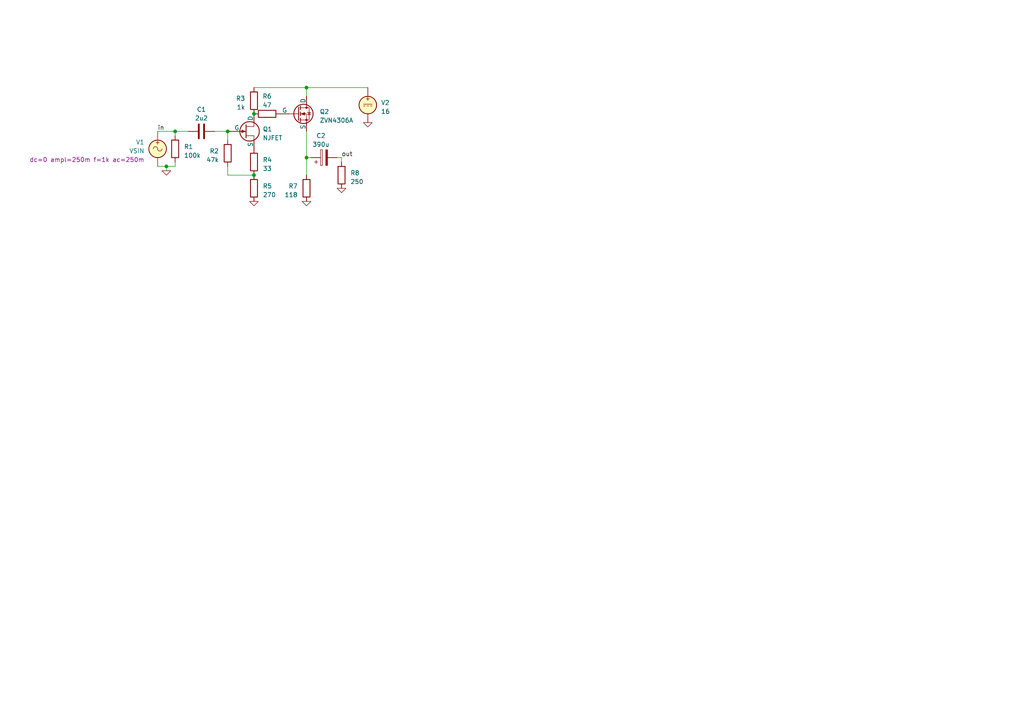
<source format=kicad_sch>
(kicad_sch (version 20230121) (generator eeschema)
  (paper "A4")
  (lib_symbols
    (symbol "Device:C" (pin_numbers hide) (pin_names (offset 0.254))
      (property "Reference" "C" (at 0.635 2.54 0))
      (property "Value" "C" (at 0.635 -2.54 0))
      (symbol "C_0_1"
        (polyline (pts (xy -2.032 -0.762) (xy 2.032 -0.762)) (stroke (width 0.508)))
        (polyline (pts (xy -2.032 0.762) (xy 2.032 0.762)) (stroke (width 0.508)))
      )
      (symbol "C_1_1"
        (pin passive line (at 0 3.81 270) (length 2.794) (name "~") (number "1"))
        (pin passive line (at 0 -3.81 90) (length 2.794) (name "~") (number "2"))
      )
    )
    (symbol "Device:C_Polarized" (pin_numbers hide) (pin_names (offset 0.254))
      (property "Reference" "C" (at 0.635 2.54 0))
      (property "Value" "C_Polarized" (at 0.635 -2.54 0))
      (symbol "C_Polarized_0_1"
        (rectangle (start -2.286 0.508) (end 2.286 1.016))
        (polyline (pts (xy -1.778 2.286) (xy -0.762 2.286)))
        (polyline (pts (xy -1.27 2.794) (xy -1.27 1.778)))
        (rectangle (start 2.286 -0.508) (end -2.286 -1.016) (fill (type outline)))
      )
      (symbol "C_Polarized_1_1"
        (pin passive line (at 0 3.81 270) (length 2.794) (name "~") (number "1"))
        (pin passive line (at 0 -3.81 90) (length 2.794) (name "~") (number "2"))
      )
    )
    (symbol "Device:R" (pin_numbers hide) (pin_names (offset 0))
      (property "Reference" "R" (at 2.032 0 90))
      (property "Value" "R" (at 0 0 90))
      (symbol "R_0_1"
        (rectangle (start -1.016 -2.54) (end 1.016 2.54) (stroke (width 0.254)))
      )
      (symbol "R_1_1"
        (pin passive line (at 0 3.81 270) (length 1.27) (name "~") (number "1"))
        (pin passive line (at 0 -3.81 90) (length 1.27) (name "~") (number "2"))
      )
    )
    (symbol "Simulation_SPICE:0" (power) (pin_names (offset 0))
      (property "Value" "0" (at 0 -1.778 0))
      (symbol "0_0_1"
        (polyline (pts (xy -1.27 0) (xy 0 -1.27) (xy 1.27 0) (xy -1.27 0)))
      )
      (symbol "0_1_1"
        (pin power_in line (at 0 0 0) (length 0) hide (name "0") (number "1"))
      )
    )
    (symbol "Simulation_SPICE:NJFET" (pin_numbers hide) (pin_names (offset 0))
      (property "Reference" "Q" (at 5.08 1.27 0))
      (property "Value" "NJFET" (at 5.08 -1.27 0))
      (symbol "NJFET_0_1"
        (polyline (pts (xy 0.254 1.905) (xy 0.254 -1.905) (xy 0.254 -1.905)) (stroke (width 0.254)))
        (polyline (pts (xy 2.54 -2.54) (xy 2.54 -1.27) (xy 0.254 -1.27)))
        (polyline (pts (xy 2.54 2.54) (xy 2.54 1.397) (xy 0.254 1.397)))
        (polyline (pts (xy 0 0) (xy -1.016 0.381) (xy -1.016 -0.381) (xy 0 0)) (fill (type outline)))
        (circle (center 1.27 0) (radius 2.8194) (stroke (width 0.254)))
      )
      (symbol "NJFET_1_1"
        (pin passive line (at 2.54 5.08 270) (length 2.54) (name "D") (number "1"))
        (pin input line (at -5.08 0 0) (length 5.334) (name "G") (number "2"))
        (pin passive line (at 2.54 -5.08 90) (length 2.54) (name "S") (number "3"))
      )
    )
    (symbol "Simulation_SPICE:NMOS" (pin_numbers hide) (pin_names (offset 0))
      (property "Reference" "Q" (at 5.08 1.27 0))
      (property "Value" "NMOS" (at 5.08 -1.27 0))
      (symbol "NMOS_0_1"
        (polyline (pts (xy 0.254 0) (xy -2.54 0)))
        (polyline (pts (xy 0.254 1.905) (xy 0.254 -1.905)) (stroke (width 0.254)))
        (polyline (pts (xy 0.762 -1.27) (xy 0.762 -2.286)) (stroke (width 0.254)))
        (polyline (pts (xy 0.762 0.508) (xy 0.762 -0.508)) (stroke (width 0.254)))
        (polyline (pts (xy 0.762 2.286) (xy 0.762 1.27)) (stroke (width 0.254)))
        (polyline (pts (xy 2.54 2.54) (xy 2.54 1.778)))
        (polyline (pts (xy 2.54 -2.54) (xy 2.54 0) (xy 0.762 0)))
        (polyline (pts (xy 0.762 -1.778) (xy 3.302 -1.778) (xy 3.302 1.778) (xy 0.762 1.778)))
        (polyline (pts (xy 1.016 0) (xy 2.032 0.381) (xy 2.032 -0.381) (xy 1.016 0)) (fill (type outline)))
        (polyline (pts (xy 2.794 0.508) (xy 2.921 0.381) (xy 3.683 0.381) (xy 3.81 0.254)))
        (polyline (pts (xy 3.302 0.381) (xy 2.921 -0.254) (xy 3.683 -0.254) (xy 3.302 0.381)))
        (circle (center 1.651 0) (radius 2.794) (stroke (width 0.254)))
        (circle (center 2.54 -1.778) (radius 0.254) (fill (type outline)))
        (circle (center 2.54 1.778) (radius 0.254) (fill (type outline)))
      )
      (symbol "NMOS_1_1"
        (pin passive line (at 2.54 5.08 270) (length 2.54) (name "D") (number "1"))
        (pin input line (at -5.08 0 0) (length 2.54) (name "G") (number "2"))
        (pin passive line (at 2.54 -5.08 90) (length 2.54) (name "S") (number "3"))
      )
    )
    (symbol "Simulation_SPICE:VDC" (pin_numbers hide) (pin_names (offset 0.0254))
      (property "Reference" "V" (at 2.54 2.54 0))
      (property "Value" "1" (at 2.54 0 0))
      (symbol "VDC_0_0"
        (polyline (pts (xy -1.27 0.254) (xy 1.27 0.254)))
        (polyline (pts (xy -0.762 -0.254) (xy -1.27 -0.254)))
        (polyline (pts (xy 0.254 -0.254) (xy -0.254 -0.254)))
        (polyline (pts (xy 1.27 -0.254) (xy 0.762 -0.254)))
        (text "+" (at 0 1.905 0) (effects (font (size 1.27 1.27))))
      )
      (symbol "VDC_0_1"
        (circle (center 0 0) (radius 2.54) (stroke (width 0.254)) (fill (type background)))
      )
      (symbol "VDC_1_1"
        (pin passive line (at 0 5.08 270) (length 2.54) (name "~") (number "1"))
        (pin passive line (at 0 -5.08 90) (length 2.54) (name "~") (number "2"))
      )
    )
    (symbol "Simulation_SPICE:VSIN" (pin_numbers hide) (pin_names (offset 0.0254))
      (property "Reference" "V" (at 2.54 2.54 0))
      (property "Value" "VSIN" (at 2.54 0 0))
      (property "Sim.Params" "dc=0 ampl=1 f=1k ac=1" (at 2.54 -2.54 0))
      (symbol "VSIN_0_0"
        (arc (start 0 0) (mid -0.635 0.6323) (end -1.27 0))
        (arc (start 0 0) (mid 0.635 -0.6323) (end 1.27 0))
        (text "+" (at 0 1.905 0) (effects (font (size 1.27 1.27))))
      )
      (symbol "VSIN_0_1"
        (circle (center 0 0) (radius 2.54) (stroke (width 0.254)) (fill (type background)))
      )
      (symbol "VSIN_1_1"
        (pin passive line (at 0 5.08 270) (length 2.54) (name "~") (number "1"))
        (pin passive line (at 0 -5.08 90) (length 2.54) (name "~") (number "2"))
      )
    )
  )
  (junction (at 50.8 38.1))
  (junction (at 66.04 38.1))
  (junction (at 73.66 33.02))
  (junction (at 73.66 50.8))
  (junction (at 88.9 45.72))
  (junction (at 48.26 48.26))
  (junction (at 88.9 25.4))
  (wire (pts (xy 88.9 38.1) (xy 88.9 45.72)))
  (wire (pts (xy 88.9 25.4) (xy 106.68 25.4)))
  (wire (pts (xy 48.26 48.26) (xy 50.8 48.26)))
  (wire (pts (xy 66.04 50.8) (xy 66.04 48.26)))
  (wire (pts (xy 99.06 46.99) (xy 99.06 45.72)))
  (wire (pts (xy 88.9 45.72) (xy 90.17 45.72)))
  (wire (pts (xy 66.04 38.1) (xy 66.04 40.64)))
  (wire (pts (xy 88.9 45.72) (xy 88.9 50.8)))
  (wire (pts (xy 48.26 48.26) (xy 48.26 49.53)))
  (wire (pts (xy 88.9 25.4) (xy 88.9 27.94)))
  (wire (pts (xy 45.72 38.1) (xy 50.8 38.1)))
  (wire (pts (xy 45.72 48.26) (xy 48.26 48.26)))
  (wire (pts (xy 73.66 25.4) (xy 88.9 25.4)))
  (wire (pts (xy 73.66 50.8) (xy 66.04 50.8)))
  (wire (pts (xy 50.8 38.1) (xy 50.8 39.37)))
  (wire (pts (xy 50.8 38.1) (xy 54.61 38.1)))
  (wire (pts (xy 99.06 45.72) (xy 97.79 45.72)))
  (wire (pts (xy 62.23 38.1) (xy 66.04 38.1)))
  (wire (pts (xy 50.8 46.99) (xy 50.8 48.26)))
  (label "in" (at 45.72 38.1 0))
  (label "out" (at 99.06 45.72 0))
  (symbol (lib_id "Simulation_SPICE:NJFET") (at 71.12 38.1 0) (unit 1)
    (property "Reference" "Q1" (at 76.2 37.465 0) (effects (justify left)))
    (property "Value" "NJFET" (at 76.2 40.005 0) (effects (justify left)))
    (property "Sim.Library" "F:\\Projekte\\dac\\spice\\models\\BF862.sub" (effects hide))
    (property "Sim.Name" "BF862" (effects hide))
    (property "Sim.Device" "SUBCKT" (effects hide))
    (property "Sim.Pins" "1=1 2=2 3=3" (effects hide))
  )
  (symbol (lib_id "Device:R") (at 88.9 54.61 0) (mirror y) (unit 1)
    (property "Reference" "R7" (at 86.36 53.975 0) (effects (justify left)))
    (property "Value" "118" (at 86.36 56.515 0) (effects (justify left)))
  )
  (symbol (lib_id "Simulation_SPICE:0") (at 48.26 49.53 0) (unit 1)
    (property "Reference" "#GND01" (effects hide))
    (property "Value" "0" (effects hide))
  )
  (symbol (lib_id "Simulation_SPICE:VDC") (at 106.68 30.48 0) (unit 1)
    (property "Reference" "V2" (at 110.49 29.8092 0) (effects (justify left)))
    (property "Value" "16" (at 110.49 32.3492 0) (effects (justify left)))
    (property "Sim.Pins" "1=+ 2=-" (effects hide))
    (property "Sim.Type" "DC" (effects hide))
    (property "Sim.Device" "V" (effects hide))
  )
  (symbol (lib_id "Simulation_SPICE:0") (at 88.9 58.42 0) (unit 1)
    (property "Reference" "#GND03" (effects hide))
    (property "Value" "0" (effects hide))
  )
  (symbol (lib_id "Simulation_SPICE:0") (at 99.06 54.61 0) (unit 1)
    (property "Reference" "#GND04" (effects hide))
    (property "Value" "0" (effects hide))
  )
  (symbol (lib_id "Device:C_Polarized") (at 93.98 45.72 90) (unit 1)
    (property "Reference" "C2" (at 93.091 39.37 90))
    (property "Value" "390u" (at 93.091 41.91 90))
  )
  (symbol (lib_id "Device:R") (at 77.47 33.02 90) (unit 1)
    (property "Reference" "R6" (at 77.47 27.94 90))
    (property "Value" "47" (at 77.47 30.48 90))
    (property "Sim.Device" "R" (effects hide))
    (property "Sim.Pins" "1=+ 2=-" (effects hide))
  )
  (symbol (lib_id "Simulation_SPICE:NMOS") (at 86.36 33.02 0) (unit 1)
    (property "Reference" "Q2" (at 92.71 32.385 0) (effects (justify left)))
    (property "Value" "ZVN4306A" (at 92.71 34.925 0) (effects (justify left)))
    (property "Datasheet" "https://ngspice.sourceforge.io/docs/ngspice-manual.pdf" (effects hide))
    (property "Sim.Device" "SUBCKT" (effects hide))
    (property "Sim.Pins" "1=3 2=4 3=5" (effects hide))
    (property "Sim.Name" "ZVN4306A" (effects hide))
    (property "Sim.Library" "F:\\Projekte\\dac\\spice\\models\\ZVN4306.sub" (effects hide))
  )
  (symbol (lib_id "Simulation_SPICE:VSIN") (at 45.72 43.18 0) (unit 1)
    (property "Reference" "V1" (at 41.91 41.2392 0) (effects (justify right)))
    (property "Value" "VSIN" (at 41.91 43.7792 0) (effects (justify right)))
    (property "Sim.Pins" "1=+ 2=-" (effects hide))
    (property "Sim.Params" "dc=0 ampl=250m f=1k ac=250m" (at 41.91 46.3192 0) (effects (justify right)))
    (property "Sim.Type" "SIN" (effects hide))
    (property "Sim.Device" "V" (effects hide))
  )
  (symbol (lib_id "Device:R") (at 73.66 29.21 0) (mirror y) (unit 1)
    (property "Reference" "R3" (at 71.12 28.575 0) (effects (justify left)))
    (property "Value" "1k" (at 71.12 31.115 0) (effects (justify left)))
  )
  (symbol (lib_id "Device:R") (at 73.66 46.99 0) (unit 1)
    (property "Reference" "R4" (at 76.2 46.355 0) (effects (justify left)))
    (property "Value" "33" (at 76.2 48.895 0) (effects (justify left)))
  )
  (symbol (lib_id "Device:C") (at 58.42 38.1 90) (unit 1)
    (property "Reference" "C1" (at 58.42 31.75 90))
    (property "Value" "2u2" (at 58.42 34.29 90))
  )
  (symbol (lib_id "Device:R") (at 50.8 43.18 0) (unit 1)
    (property "Reference" "R1" (at 53.34 42.545 0) (effects (justify left)))
    (property "Value" "100k" (at 53.34 45.085 0) (effects (justify left)))
  )
  (symbol (lib_id "Device:R") (at 99.06 50.8 0) (unit 1)
    (property "Reference" "R8" (at 101.6 50.165 0) (effects (justify left)))
    (property "Value" "250" (at 101.6 52.705 0) (effects (justify left)))
  )
  (symbol (lib_id "Simulation_SPICE:0") (at 106.68 35.56 0) (unit 1)
    (property "Reference" "#GND05" (effects hide))
    (property "Value" "0" (effects hide))
  )
  (symbol (lib_id "Device:R") (at 66.04 44.45 0) (mirror y) (unit 1)
    (property "Reference" "R2" (at 63.5 43.815 0) (effects (justify left)))
    (property "Value" "47k" (at 63.5 46.355 0) (effects (justify left)))
  )
  (symbol (lib_id "Simulation_SPICE:0") (at 73.66 58.42 0) (unit 1)
    (property "Reference" "#GND02" (effects hide))
    (property "Value" "0" (effects hide))
  )
  (symbol (lib_id "Device:R") (at 73.66 54.61 0) (unit 1)
    (property "Reference" "R5" (at 76.2 53.975 0) (effects (justify left)))
    (property "Value" "270" (at 76.2 56.515 0) (effects (justify left)))
  )
)
</source>
